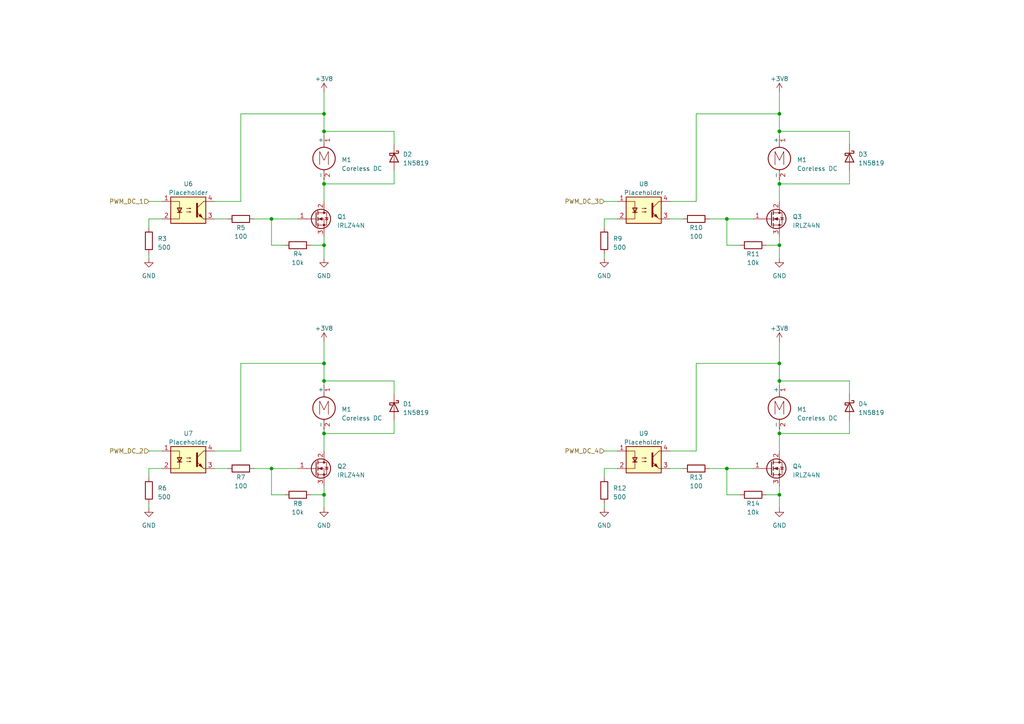
<source format=kicad_sch>
(kicad_sch (version 20230121) (generator eeschema)

  (uuid 15191249-daaa-48c9-b65f-5e57a0eec4af)

  (paper "A4")

  (title_block
    (title "Lightweight Drone - Motor Control")
    (date "2024-10-04")
    (rev "V1")
  )

  (lib_symbols
    (symbol "Device:R" (pin_numbers hide) (pin_names (offset 0)) (in_bom yes) (on_board yes)
      (property "Reference" "R" (at 2.032 0 90)
        (effects (font (size 1.27 1.27)))
      )
      (property "Value" "R" (at 0 0 90)
        (effects (font (size 1.27 1.27)))
      )
      (property "Footprint" "" (at -1.778 0 90)
        (effects (font (size 1.27 1.27)) hide)
      )
      (property "Datasheet" "~" (at 0 0 0)
        (effects (font (size 1.27 1.27)) hide)
      )
      (property "ki_keywords" "R res resistor" (at 0 0 0)
        (effects (font (size 1.27 1.27)) hide)
      )
      (property "ki_description" "Resistor" (at 0 0 0)
        (effects (font (size 1.27 1.27)) hide)
      )
      (property "ki_fp_filters" "R_*" (at 0 0 0)
        (effects (font (size 1.27 1.27)) hide)
      )
      (symbol "R_0_1"
        (rectangle (start -1.016 -2.54) (end 1.016 2.54)
          (stroke (width 0.254) (type default))
          (fill (type none))
        )
      )
      (symbol "R_1_1"
        (pin passive line (at 0 3.81 270) (length 1.27)
          (name "~" (effects (font (size 1.27 1.27))))
          (number "1" (effects (font (size 1.27 1.27))))
        )
        (pin passive line (at 0 -3.81 90) (length 1.27)
          (name "~" (effects (font (size 1.27 1.27))))
          (number "2" (effects (font (size 1.27 1.27))))
        )
      )
    )
    (symbol "Diode:1N5819" (pin_numbers hide) (pin_names (offset 1.016) hide) (in_bom yes) (on_board yes)
      (property "Reference" "D" (at 0 2.54 0)
        (effects (font (size 1.27 1.27)))
      )
      (property "Value" "1N5819" (at 0 -2.54 0)
        (effects (font (size 1.27 1.27)))
      )
      (property "Footprint" "Diode_THT:D_DO-41_SOD81_P10.16mm_Horizontal" (at 0 -4.445 0)
        (effects (font (size 1.27 1.27)) hide)
      )
      (property "Datasheet" "http://www.vishay.com/docs/88525/1n5817.pdf" (at 0 0 0)
        (effects (font (size 1.27 1.27)) hide)
      )
      (property "ki_keywords" "diode Schottky" (at 0 0 0)
        (effects (font (size 1.27 1.27)) hide)
      )
      (property "ki_description" "40V 1A Schottky Barrier Rectifier Diode, DO-41" (at 0 0 0)
        (effects (font (size 1.27 1.27)) hide)
      )
      (property "ki_fp_filters" "D*DO?41*" (at 0 0 0)
        (effects (font (size 1.27 1.27)) hide)
      )
      (symbol "1N5819_0_1"
        (polyline
          (pts
            (xy 1.27 0)
            (xy -1.27 0)
          )
          (stroke (width 0) (type default))
          (fill (type none))
        )
        (polyline
          (pts
            (xy 1.27 1.27)
            (xy 1.27 -1.27)
            (xy -1.27 0)
            (xy 1.27 1.27)
          )
          (stroke (width 0.254) (type default))
          (fill (type none))
        )
        (polyline
          (pts
            (xy -1.905 0.635)
            (xy -1.905 1.27)
            (xy -1.27 1.27)
            (xy -1.27 -1.27)
            (xy -0.635 -1.27)
            (xy -0.635 -0.635)
          )
          (stroke (width 0.254) (type default))
          (fill (type none))
        )
      )
      (symbol "1N5819_1_1"
        (pin passive line (at -3.81 0 0) (length 2.54)
          (name "K" (effects (font (size 1.27 1.27))))
          (number "1" (effects (font (size 1.27 1.27))))
        )
        (pin passive line (at 3.81 0 180) (length 2.54)
          (name "A" (effects (font (size 1.27 1.27))))
          (number "2" (effects (font (size 1.27 1.27))))
        )
      )
    )
    (symbol "Isolator:PC817" (pin_names (offset 1.016)) (in_bom yes) (on_board yes)
      (property "Reference" "U" (at -5.08 5.08 0)
        (effects (font (size 1.27 1.27)) (justify left))
      )
      (property "Value" "PC817" (at 0 5.08 0)
        (effects (font (size 1.27 1.27)) (justify left))
      )
      (property "Footprint" "Package_DIP:DIP-4_W7.62mm" (at -5.08 -5.08 0)
        (effects (font (size 1.27 1.27) italic) (justify left) hide)
      )
      (property "Datasheet" "http://www.soselectronic.cz/a_info/resource/d/pc817.pdf" (at 0 0 0)
        (effects (font (size 1.27 1.27)) (justify left) hide)
      )
      (property "ki_keywords" "NPN DC Optocoupler" (at 0 0 0)
        (effects (font (size 1.27 1.27)) hide)
      )
      (property "ki_description" "DC Optocoupler, Vce 35V, CTR 50-300%, DIP-4" (at 0 0 0)
        (effects (font (size 1.27 1.27)) hide)
      )
      (property "ki_fp_filters" "DIP*W7.62mm*" (at 0 0 0)
        (effects (font (size 1.27 1.27)) hide)
      )
      (symbol "PC817_0_1"
        (rectangle (start -5.08 3.81) (end 5.08 -3.81)
          (stroke (width 0.254) (type default))
          (fill (type background))
        )
        (polyline
          (pts
            (xy -3.175 -0.635)
            (xy -1.905 -0.635)
          )
          (stroke (width 0.254) (type default))
          (fill (type none))
        )
        (polyline
          (pts
            (xy 2.54 0.635)
            (xy 4.445 2.54)
          )
          (stroke (width 0) (type default))
          (fill (type none))
        )
        (polyline
          (pts
            (xy 4.445 -2.54)
            (xy 2.54 -0.635)
          )
          (stroke (width 0) (type default))
          (fill (type outline))
        )
        (polyline
          (pts
            (xy 4.445 -2.54)
            (xy 5.08 -2.54)
          )
          (stroke (width 0) (type default))
          (fill (type none))
        )
        (polyline
          (pts
            (xy 4.445 2.54)
            (xy 5.08 2.54)
          )
          (stroke (width 0) (type default))
          (fill (type none))
        )
        (polyline
          (pts
            (xy -5.08 2.54)
            (xy -2.54 2.54)
            (xy -2.54 -0.635)
          )
          (stroke (width 0) (type default))
          (fill (type none))
        )
        (polyline
          (pts
            (xy -2.54 -0.635)
            (xy -2.54 -2.54)
            (xy -5.08 -2.54)
          )
          (stroke (width 0) (type default))
          (fill (type none))
        )
        (polyline
          (pts
            (xy 2.54 1.905)
            (xy 2.54 -1.905)
            (xy 2.54 -1.905)
          )
          (stroke (width 0.508) (type default))
          (fill (type none))
        )
        (polyline
          (pts
            (xy -2.54 -0.635)
            (xy -3.175 0.635)
            (xy -1.905 0.635)
            (xy -2.54 -0.635)
          )
          (stroke (width 0.254) (type default))
          (fill (type none))
        )
        (polyline
          (pts
            (xy -0.508 -0.508)
            (xy 0.762 -0.508)
            (xy 0.381 -0.635)
            (xy 0.381 -0.381)
            (xy 0.762 -0.508)
          )
          (stroke (width 0) (type default))
          (fill (type none))
        )
        (polyline
          (pts
            (xy -0.508 0.508)
            (xy 0.762 0.508)
            (xy 0.381 0.381)
            (xy 0.381 0.635)
            (xy 0.762 0.508)
          )
          (stroke (width 0) (type default))
          (fill (type none))
        )
        (polyline
          (pts
            (xy 3.048 -1.651)
            (xy 3.556 -1.143)
            (xy 4.064 -2.159)
            (xy 3.048 -1.651)
            (xy 3.048 -1.651)
          )
          (stroke (width 0) (type default))
          (fill (type outline))
        )
      )
      (symbol "PC817_1_1"
        (pin passive line (at -7.62 2.54 0) (length 2.54)
          (name "~" (effects (font (size 1.27 1.27))))
          (number "1" (effects (font (size 1.27 1.27))))
        )
        (pin passive line (at -7.62 -2.54 0) (length 2.54)
          (name "~" (effects (font (size 1.27 1.27))))
          (number "2" (effects (font (size 1.27 1.27))))
        )
        (pin passive line (at 7.62 -2.54 180) (length 2.54)
          (name "~" (effects (font (size 1.27 1.27))))
          (number "3" (effects (font (size 1.27 1.27))))
        )
        (pin passive line (at 7.62 2.54 180) (length 2.54)
          (name "~" (effects (font (size 1.27 1.27))))
          (number "4" (effects (font (size 1.27 1.27))))
        )
      )
    )
    (symbol "Motor:Motor_DC" (pin_names (offset 0)) (in_bom yes) (on_board yes)
      (property "Reference" "M" (at 2.54 2.54 0)
        (effects (font (size 1.27 1.27)) (justify left))
      )
      (property "Value" "Motor_DC" (at 2.54 -5.08 0)
        (effects (font (size 1.27 1.27)) (justify left top))
      )
      (property "Footprint" "" (at 0 -2.286 0)
        (effects (font (size 1.27 1.27)) hide)
      )
      (property "Datasheet" "~" (at 0 -2.286 0)
        (effects (font (size 1.27 1.27)) hide)
      )
      (property "ki_keywords" "DC Motor" (at 0 0 0)
        (effects (font (size 1.27 1.27)) hide)
      )
      (property "ki_description" "DC Motor" (at 0 0 0)
        (effects (font (size 1.27 1.27)) hide)
      )
      (property "ki_fp_filters" "PinHeader*P2.54mm* TerminalBlock*" (at 0 0 0)
        (effects (font (size 1.27 1.27)) hide)
      )
      (symbol "Motor_DC_0_0"
        (polyline
          (pts
            (xy -1.27 -3.302)
            (xy -1.27 0.508)
            (xy 0 -2.032)
            (xy 1.27 0.508)
            (xy 1.27 -3.302)
          )
          (stroke (width 0) (type default))
          (fill (type none))
        )
      )
      (symbol "Motor_DC_0_1"
        (circle (center 0 -1.524) (radius 3.2512)
          (stroke (width 0.254) (type default))
          (fill (type none))
        )
        (polyline
          (pts
            (xy 0 -7.62)
            (xy 0 -7.112)
          )
          (stroke (width 0) (type default))
          (fill (type none))
        )
        (polyline
          (pts
            (xy 0 -4.7752)
            (xy 0 -5.1816)
          )
          (stroke (width 0) (type default))
          (fill (type none))
        )
        (polyline
          (pts
            (xy 0 1.7272)
            (xy 0 2.0828)
          )
          (stroke (width 0) (type default))
          (fill (type none))
        )
        (polyline
          (pts
            (xy 0 2.032)
            (xy 0 2.54)
          )
          (stroke (width 0) (type default))
          (fill (type none))
        )
      )
      (symbol "Motor_DC_1_1"
        (pin passive line (at 0 5.08 270) (length 2.54)
          (name "+" (effects (font (size 1.27 1.27))))
          (number "1" (effects (font (size 1.27 1.27))))
        )
        (pin passive line (at 0 -7.62 90) (length 2.54)
          (name "-" (effects (font (size 1.27 1.27))))
          (number "2" (effects (font (size 1.27 1.27))))
        )
      )
    )
    (symbol "Transistor_FET:IRLZ44N" (pin_names hide) (in_bom yes) (on_board yes)
      (property "Reference" "Q" (at 6.35 1.905 0)
        (effects (font (size 1.27 1.27)) (justify left))
      )
      (property "Value" "IRLZ44N" (at 6.35 0 0)
        (effects (font (size 1.27 1.27)) (justify left))
      )
      (property "Footprint" "Package_TO_SOT_THT:TO-220-3_Vertical" (at 6.35 -1.905 0)
        (effects (font (size 1.27 1.27) italic) (justify left) hide)
      )
      (property "Datasheet" "http://www.irf.com/product-info/datasheets/data/irlz44n.pdf" (at 0 0 0)
        (effects (font (size 1.27 1.27)) (justify left) hide)
      )
      (property "ki_keywords" "N-Channel HEXFET MOSFET Logic-Level" (at 0 0 0)
        (effects (font (size 1.27 1.27)) hide)
      )
      (property "ki_description" "47A Id, 55V Vds, 22mOhm Rds Single N-Channel HEXFET Power MOSFET, TO-220AB" (at 0 0 0)
        (effects (font (size 1.27 1.27)) hide)
      )
      (property "ki_fp_filters" "TO?220*" (at 0 0 0)
        (effects (font (size 1.27 1.27)) hide)
      )
      (symbol "IRLZ44N_0_1"
        (polyline
          (pts
            (xy 0.254 0)
            (xy -2.54 0)
          )
          (stroke (width 0) (type default))
          (fill (type none))
        )
        (polyline
          (pts
            (xy 0.254 1.905)
            (xy 0.254 -1.905)
          )
          (stroke (width 0.254) (type default))
          (fill (type none))
        )
        (polyline
          (pts
            (xy 0.762 -1.27)
            (xy 0.762 -2.286)
          )
          (stroke (width 0.254) (type default))
          (fill (type none))
        )
        (polyline
          (pts
            (xy 0.762 0.508)
            (xy 0.762 -0.508)
          )
          (stroke (width 0.254) (type default))
          (fill (type none))
        )
        (polyline
          (pts
            (xy 0.762 2.286)
            (xy 0.762 1.27)
          )
          (stroke (width 0.254) (type default))
          (fill (type none))
        )
        (polyline
          (pts
            (xy 2.54 2.54)
            (xy 2.54 1.778)
          )
          (stroke (width 0) (type default))
          (fill (type none))
        )
        (polyline
          (pts
            (xy 2.54 -2.54)
            (xy 2.54 0)
            (xy 0.762 0)
          )
          (stroke (width 0) (type default))
          (fill (type none))
        )
        (polyline
          (pts
            (xy 0.762 -1.778)
            (xy 3.302 -1.778)
            (xy 3.302 1.778)
            (xy 0.762 1.778)
          )
          (stroke (width 0) (type default))
          (fill (type none))
        )
        (polyline
          (pts
            (xy 1.016 0)
            (xy 2.032 0.381)
            (xy 2.032 -0.381)
            (xy 1.016 0)
          )
          (stroke (width 0) (type default))
          (fill (type outline))
        )
        (polyline
          (pts
            (xy 2.794 0.508)
            (xy 2.921 0.381)
            (xy 3.683 0.381)
            (xy 3.81 0.254)
          )
          (stroke (width 0) (type default))
          (fill (type none))
        )
        (polyline
          (pts
            (xy 3.302 0.381)
            (xy 2.921 -0.254)
            (xy 3.683 -0.254)
            (xy 3.302 0.381)
          )
          (stroke (width 0) (type default))
          (fill (type none))
        )
        (circle (center 1.651 0) (radius 2.794)
          (stroke (width 0.254) (type default))
          (fill (type none))
        )
        (circle (center 2.54 -1.778) (radius 0.254)
          (stroke (width 0) (type default))
          (fill (type outline))
        )
        (circle (center 2.54 1.778) (radius 0.254)
          (stroke (width 0) (type default))
          (fill (type outline))
        )
      )
      (symbol "IRLZ44N_1_1"
        (pin input line (at -5.08 0 0) (length 2.54)
          (name "G" (effects (font (size 1.27 1.27))))
          (number "1" (effects (font (size 1.27 1.27))))
        )
        (pin passive line (at 2.54 5.08 270) (length 2.54)
          (name "D" (effects (font (size 1.27 1.27))))
          (number "2" (effects (font (size 1.27 1.27))))
        )
        (pin passive line (at 2.54 -5.08 90) (length 2.54)
          (name "S" (effects (font (size 1.27 1.27))))
          (number "3" (effects (font (size 1.27 1.27))))
        )
      )
    )
    (symbol "power:+3V8" (power) (pin_names (offset 0)) (in_bom yes) (on_board yes)
      (property "Reference" "#PWR" (at 0 -3.81 0)
        (effects (font (size 1.27 1.27)) hide)
      )
      (property "Value" "+3V8" (at 0 3.556 0)
        (effects (font (size 1.27 1.27)))
      )
      (property "Footprint" "" (at 0 0 0)
        (effects (font (size 1.27 1.27)) hide)
      )
      (property "Datasheet" "" (at 0 0 0)
        (effects (font (size 1.27 1.27)) hide)
      )
      (property "ki_keywords" "global power" (at 0 0 0)
        (effects (font (size 1.27 1.27)) hide)
      )
      (property "ki_description" "Power symbol creates a global label with name \"+3V8\"" (at 0 0 0)
        (effects (font (size 1.27 1.27)) hide)
      )
      (symbol "+3V8_0_1"
        (polyline
          (pts
            (xy -0.762 1.27)
            (xy 0 2.54)
          )
          (stroke (width 0) (type default))
          (fill (type none))
        )
        (polyline
          (pts
            (xy 0 0)
            (xy 0 2.54)
          )
          (stroke (width 0) (type default))
          (fill (type none))
        )
        (polyline
          (pts
            (xy 0 2.54)
            (xy 0.762 1.27)
          )
          (stroke (width 0) (type default))
          (fill (type none))
        )
      )
      (symbol "+3V8_1_1"
        (pin power_in line (at 0 0 90) (length 0) hide
          (name "+3V8" (effects (font (size 1.27 1.27))))
          (number "1" (effects (font (size 1.27 1.27))))
        )
      )
    )
    (symbol "power:GND" (power) (pin_names (offset 0)) (in_bom yes) (on_board yes)
      (property "Reference" "#PWR" (at 0 -6.35 0)
        (effects (font (size 1.27 1.27)) hide)
      )
      (property "Value" "GND" (at 0 -3.81 0)
        (effects (font (size 1.27 1.27)))
      )
      (property "Footprint" "" (at 0 0 0)
        (effects (font (size 1.27 1.27)) hide)
      )
      (property "Datasheet" "" (at 0 0 0)
        (effects (font (size 1.27 1.27)) hide)
      )
      (property "ki_keywords" "global power" (at 0 0 0)
        (effects (font (size 1.27 1.27)) hide)
      )
      (property "ki_description" "Power symbol creates a global label with name \"GND\" , ground" (at 0 0 0)
        (effects (font (size 1.27 1.27)) hide)
      )
      (symbol "GND_0_1"
        (polyline
          (pts
            (xy 0 0)
            (xy 0 -1.27)
            (xy 1.27 -1.27)
            (xy 0 -2.54)
            (xy -1.27 -1.27)
            (xy 0 -1.27)
          )
          (stroke (width 0) (type default))
          (fill (type none))
        )
      )
      (symbol "GND_1_1"
        (pin power_in line (at 0 0 270) (length 0) hide
          (name "GND" (effects (font (size 1.27 1.27))))
          (number "1" (effects (font (size 1.27 1.27))))
        )
      )
    )
  )

  (junction (at 93.98 105.41) (diameter 0) (color 0 0 0 0)
    (uuid 00d26fa1-a34f-4e52-868c-196d2eb486b7)
  )
  (junction (at 226.06 33.02) (diameter 0) (color 0 0 0 0)
    (uuid 0cdc0ca2-6d15-41ba-bbe5-2105cb6fcca7)
  )
  (junction (at 93.98 143.51) (diameter 0) (color 0 0 0 0)
    (uuid 0d7d6985-0c31-40e4-ae3f-9f1bb5920e09)
  )
  (junction (at 226.06 38.1) (diameter 0) (color 0 0 0 0)
    (uuid 288a97ae-fc10-4890-b334-0a5f27fbf851)
  )
  (junction (at 78.74 135.89) (diameter 0) (color 0 0 0 0)
    (uuid 30f0ab24-d58d-44bf-aee8-c889cfb8bc91)
  )
  (junction (at 93.98 71.12) (diameter 0) (color 0 0 0 0)
    (uuid 3de718f0-ba5e-4aae-9061-d86091e769ac)
  )
  (junction (at 93.98 53.34) (diameter 0) (color 0 0 0 0)
    (uuid 41b044cf-af6f-4e9b-ac78-9ea41e5e77cd)
  )
  (junction (at 226.06 53.34) (diameter 0) (color 0 0 0 0)
    (uuid 599537f7-0689-49fc-ac23-d1c156234e47)
  )
  (junction (at 93.98 38.1) (diameter 0) (color 0 0 0 0)
    (uuid 5f16ed1f-812f-4759-aad6-a86922a2d075)
  )
  (junction (at 226.06 110.49) (diameter 0) (color 0 0 0 0)
    (uuid 70ba5c7f-1145-40a5-8111-4948fd520b5b)
  )
  (junction (at 93.98 110.49) (diameter 0) (color 0 0 0 0)
    (uuid 7eb0f9a7-7ed8-41ca-9b40-be081b3902f8)
  )
  (junction (at 226.06 105.41) (diameter 0) (color 0 0 0 0)
    (uuid 815fcccc-e944-47a5-9ad7-ab377a350e6b)
  )
  (junction (at 226.06 125.73) (diameter 0) (color 0 0 0 0)
    (uuid 957a728c-332a-4970-9fb6-07eb21e9e577)
  )
  (junction (at 226.06 143.51) (diameter 0) (color 0 0 0 0)
    (uuid 98a21e84-bf5d-4a99-a5cc-aa519ac74f58)
  )
  (junction (at 210.82 135.89) (diameter 0) (color 0 0 0 0)
    (uuid cacb77f4-f075-4450-8b13-f98c4eb43347)
  )
  (junction (at 78.74 63.5) (diameter 0) (color 0 0 0 0)
    (uuid d0bcd388-c93f-4c74-8c20-6f260887c76a)
  )
  (junction (at 93.98 33.02) (diameter 0) (color 0 0 0 0)
    (uuid d356c464-4fb0-4001-a535-4f6218dfcc2d)
  )
  (junction (at 93.98 125.73) (diameter 0) (color 0 0 0 0)
    (uuid f0b69222-ca38-4405-a61b-fb77070aea85)
  )
  (junction (at 226.06 71.12) (diameter 0) (color 0 0 0 0)
    (uuid f523df8c-d2c8-4483-94a3-25aef51c088e)
  )
  (junction (at 210.82 63.5) (diameter 0) (color 0 0 0 0)
    (uuid faf5f199-4742-449e-93cc-cd05db60ce4d)
  )

  (wire (pts (xy 78.74 135.89) (xy 86.36 135.89))
    (stroke (width 0) (type default))
    (uuid 0525c81a-c2e8-4159-852a-5d02a7d20faa)
  )
  (wire (pts (xy 93.98 140.97) (xy 93.98 143.51))
    (stroke (width 0) (type default))
    (uuid 0ded53da-a31b-42e4-af24-78fea735e278)
  )
  (wire (pts (xy 62.23 130.81) (xy 69.85 130.81))
    (stroke (width 0) (type default))
    (uuid 17890229-827f-4698-9699-46d84c4a4830)
  )
  (wire (pts (xy 175.26 63.5) (xy 175.26 66.04))
    (stroke (width 0) (type default))
    (uuid 1a161ec2-91ad-4ff9-ac26-de33cec94d7e)
  )
  (wire (pts (xy 114.3 38.1) (xy 93.98 38.1))
    (stroke (width 0) (type default))
    (uuid 1a409ead-588c-4428-8888-f5dc5cd0b78f)
  )
  (wire (pts (xy 114.3 53.34) (xy 93.98 53.34))
    (stroke (width 0) (type default))
    (uuid 1d750c01-c99a-4a3a-a696-6e529eee9702)
  )
  (wire (pts (xy 226.06 105.41) (xy 226.06 110.49))
    (stroke (width 0) (type default))
    (uuid 1e6d05d1-cc3e-4cc2-9ef2-3b4323e42265)
  )
  (wire (pts (xy 226.06 33.02) (xy 226.06 38.1))
    (stroke (width 0) (type default))
    (uuid 1eadc3d7-2723-4a6e-b3e2-34f57195bc48)
  )
  (wire (pts (xy 179.07 135.89) (xy 175.26 135.89))
    (stroke (width 0) (type default))
    (uuid 25522e76-4355-4be9-964a-1ee40fc99753)
  )
  (wire (pts (xy 114.3 110.49) (xy 93.98 110.49))
    (stroke (width 0) (type default))
    (uuid 333ccc87-6888-40fa-948f-8f653d0caa89)
  )
  (wire (pts (xy 226.06 110.49) (xy 226.06 111.76))
    (stroke (width 0) (type default))
    (uuid 37044530-9598-49dc-9f83-57633a43f9df)
  )
  (wire (pts (xy 93.98 71.12) (xy 93.98 74.93))
    (stroke (width 0) (type default))
    (uuid 3aae8818-5d57-4997-8c4a-99ba5c169fb5)
  )
  (wire (pts (xy 175.26 146.05) (xy 175.26 147.32))
    (stroke (width 0) (type default))
    (uuid 3c8ecc9c-b12e-4826-b79f-5a33b0bf3db9)
  )
  (wire (pts (xy 78.74 63.5) (xy 78.74 71.12))
    (stroke (width 0) (type default))
    (uuid 3d93cd0c-dd5b-46ef-9dad-7dc3623c5173)
  )
  (wire (pts (xy 78.74 71.12) (xy 82.55 71.12))
    (stroke (width 0) (type default))
    (uuid 3da7ed33-ce2e-4055-a210-9af2e49f5d60)
  )
  (wire (pts (xy 46.99 135.89) (xy 43.18 135.89))
    (stroke (width 0) (type default))
    (uuid 40d163eb-4074-4c12-8870-8fa4aac22ffc)
  )
  (wire (pts (xy 226.06 140.97) (xy 226.06 143.51))
    (stroke (width 0) (type default))
    (uuid 435c48ec-527d-4eab-867f-3ef7894cf439)
  )
  (wire (pts (xy 69.85 130.81) (xy 69.85 105.41))
    (stroke (width 0) (type default))
    (uuid 46d90cac-1946-47d8-9a1b-d55c0b3facdb)
  )
  (wire (pts (xy 43.18 63.5) (xy 43.18 66.04))
    (stroke (width 0) (type default))
    (uuid 4a60e4a1-4767-4088-89e0-67c1b57e8886)
  )
  (wire (pts (xy 226.06 99.06) (xy 226.06 105.41))
    (stroke (width 0) (type default))
    (uuid 4c0a6c15-38b2-4131-9d66-75d9dd6043ad)
  )
  (wire (pts (xy 93.98 125.73) (xy 93.98 124.46))
    (stroke (width 0) (type default))
    (uuid 4fbcfbbe-ad4f-4cc5-9949-7a74ae9fb287)
  )
  (wire (pts (xy 210.82 135.89) (xy 218.44 135.89))
    (stroke (width 0) (type default))
    (uuid 5144fa8b-5fec-4382-9140-7d71e00ef348)
  )
  (wire (pts (xy 114.3 41.91) (xy 114.3 38.1))
    (stroke (width 0) (type default))
    (uuid 5333f2b2-9863-4d20-8d2b-c413e6223507)
  )
  (wire (pts (xy 114.3 114.3) (xy 114.3 110.49))
    (stroke (width 0) (type default))
    (uuid 58d5cfb2-072d-419e-93b3-5bd264e4cd95)
  )
  (wire (pts (xy 78.74 135.89) (xy 78.74 143.51))
    (stroke (width 0) (type default))
    (uuid 5cb2ab1a-ce6a-4e02-b9b3-e0974bd95e4e)
  )
  (wire (pts (xy 210.82 143.51) (xy 214.63 143.51))
    (stroke (width 0) (type default))
    (uuid 5cd8e28c-b674-459e-b182-de68024b69f4)
  )
  (wire (pts (xy 93.98 99.06) (xy 93.98 105.41))
    (stroke (width 0) (type default))
    (uuid 5ea41798-5111-48b4-990f-4c2826f6844b)
  )
  (wire (pts (xy 73.66 63.5) (xy 78.74 63.5))
    (stroke (width 0) (type default))
    (uuid 65a2233f-d397-40c3-ad43-5399d00d684b)
  )
  (wire (pts (xy 175.26 58.42) (xy 179.07 58.42))
    (stroke (width 0) (type default))
    (uuid 675cb613-748f-44a6-89f1-753c80665369)
  )
  (wire (pts (xy 201.93 105.41) (xy 226.06 105.41))
    (stroke (width 0) (type default))
    (uuid 694a0b4b-0d4f-4667-b691-dee0bf6ff156)
  )
  (wire (pts (xy 78.74 63.5) (xy 86.36 63.5))
    (stroke (width 0) (type default))
    (uuid 710574f5-2ff8-4646-844e-0f56a4519bee)
  )
  (wire (pts (xy 226.06 53.34) (xy 226.06 52.07))
    (stroke (width 0) (type default))
    (uuid 7310b27c-5eda-448b-8a81-9177bd0329ad)
  )
  (wire (pts (xy 226.06 53.34) (xy 226.06 58.42))
    (stroke (width 0) (type default))
    (uuid 7484ce0d-095d-48af-b393-04a696175b01)
  )
  (wire (pts (xy 246.38 110.49) (xy 226.06 110.49))
    (stroke (width 0) (type default))
    (uuid 7573a6df-8c98-4a70-b8b2-ff71efb4304a)
  )
  (wire (pts (xy 246.38 41.91) (xy 246.38 38.1))
    (stroke (width 0) (type default))
    (uuid 75c45943-ac2f-462f-bc6e-abd25574680c)
  )
  (wire (pts (xy 93.98 38.1) (xy 93.98 39.37))
    (stroke (width 0) (type default))
    (uuid 76770e50-a55f-4afd-960d-f53101a7789a)
  )
  (wire (pts (xy 114.3 125.73) (xy 93.98 125.73))
    (stroke (width 0) (type default))
    (uuid 7bc63985-dbec-4134-9605-315dce4fc323)
  )
  (wire (pts (xy 175.26 73.66) (xy 175.26 74.93))
    (stroke (width 0) (type default))
    (uuid 7d5fe76e-d46b-4eb1-be04-f0eacd2852e1)
  )
  (wire (pts (xy 62.23 135.89) (xy 66.04 135.89))
    (stroke (width 0) (type default))
    (uuid 7e90ba0f-fef1-42dc-a974-be2f891b6977)
  )
  (wire (pts (xy 210.82 63.5) (xy 218.44 63.5))
    (stroke (width 0) (type default))
    (uuid 8339ac12-88b1-47cb-a0d0-11a569f39890)
  )
  (wire (pts (xy 90.17 71.12) (xy 93.98 71.12))
    (stroke (width 0) (type default))
    (uuid 83f75733-2fe1-4533-927b-b1eefc3b578b)
  )
  (wire (pts (xy 246.38 125.73) (xy 226.06 125.73))
    (stroke (width 0) (type default))
    (uuid 8528f606-1c97-42db-9570-0b179b15ae6a)
  )
  (wire (pts (xy 194.31 130.81) (xy 201.93 130.81))
    (stroke (width 0) (type default))
    (uuid 86584764-c513-46c5-880f-0ae8ef3f83bd)
  )
  (wire (pts (xy 194.31 135.89) (xy 198.12 135.89))
    (stroke (width 0) (type default))
    (uuid 874a98fc-8758-4ffb-afc1-7e9b862e871c)
  )
  (wire (pts (xy 226.06 143.51) (xy 226.06 147.32))
    (stroke (width 0) (type default))
    (uuid 87e2507c-6159-46df-aff2-82cd8b9ab73d)
  )
  (wire (pts (xy 226.06 125.73) (xy 226.06 124.46))
    (stroke (width 0) (type default))
    (uuid 8e71a535-0ee3-4771-865f-4d025113deab)
  )
  (wire (pts (xy 93.98 105.41) (xy 93.98 110.49))
    (stroke (width 0) (type default))
    (uuid 93f59c2b-d218-461e-8ab3-27b0f2bbd3d6)
  )
  (wire (pts (xy 210.82 135.89) (xy 210.82 143.51))
    (stroke (width 0) (type default))
    (uuid 9427829a-f54c-4bd5-97f8-25725785338f)
  )
  (wire (pts (xy 114.3 121.92) (xy 114.3 125.73))
    (stroke (width 0) (type default))
    (uuid 94c4e686-ba5d-4e99-8680-d4822f153c32)
  )
  (wire (pts (xy 222.25 71.12) (xy 226.06 71.12))
    (stroke (width 0) (type default))
    (uuid 9fa3f850-bce1-4425-b3d2-7e8487f400ef)
  )
  (wire (pts (xy 246.38 53.34) (xy 226.06 53.34))
    (stroke (width 0) (type default))
    (uuid a18a7b70-16bf-4949-9498-9f94d780e6a2)
  )
  (wire (pts (xy 246.38 114.3) (xy 246.38 110.49))
    (stroke (width 0) (type default))
    (uuid a28eab92-41f7-46db-9f33-7254aecf01ca)
  )
  (wire (pts (xy 179.07 63.5) (xy 175.26 63.5))
    (stroke (width 0) (type default))
    (uuid a388291e-91b5-4148-afe5-13e10ba1bdbd)
  )
  (wire (pts (xy 194.31 58.42) (xy 201.93 58.42))
    (stroke (width 0) (type default))
    (uuid a5630fa9-70c6-453b-86e7-7f536b02195e)
  )
  (wire (pts (xy 90.17 143.51) (xy 93.98 143.51))
    (stroke (width 0) (type default))
    (uuid a689eb6d-9e06-4f43-ae81-96c3ffd11e7e)
  )
  (wire (pts (xy 43.18 135.89) (xy 43.18 138.43))
    (stroke (width 0) (type default))
    (uuid a7405705-41fa-462c-b4e8-b2ab683e5893)
  )
  (wire (pts (xy 43.18 58.42) (xy 46.99 58.42))
    (stroke (width 0) (type default))
    (uuid a89f9665-221e-4bc6-bce9-cbfa2ac95474)
  )
  (wire (pts (xy 201.93 130.81) (xy 201.93 105.41))
    (stroke (width 0) (type default))
    (uuid aa4203e2-227e-4c4d-85a9-00a3eabbe0d9)
  )
  (wire (pts (xy 222.25 143.51) (xy 226.06 143.51))
    (stroke (width 0) (type default))
    (uuid af6f8203-f20c-42e6-ad9b-7c721ef49c27)
  )
  (wire (pts (xy 43.18 130.81) (xy 46.99 130.81))
    (stroke (width 0) (type default))
    (uuid b151297a-3f38-45df-b093-d1bb64807d21)
  )
  (wire (pts (xy 226.06 68.58) (xy 226.06 71.12))
    (stroke (width 0) (type default))
    (uuid b4dc420d-b88e-4f99-a3e1-06d04b5c6bea)
  )
  (wire (pts (xy 93.98 110.49) (xy 93.98 111.76))
    (stroke (width 0) (type default))
    (uuid b699a8fa-1e9c-4b90-9a40-c0f08dd2b4c6)
  )
  (wire (pts (xy 78.74 143.51) (xy 82.55 143.51))
    (stroke (width 0) (type default))
    (uuid b80d19e7-1e81-4890-9f38-50b60301553c)
  )
  (wire (pts (xy 73.66 135.89) (xy 78.74 135.89))
    (stroke (width 0) (type default))
    (uuid b8ddb82e-ea11-47e8-8a02-932aa6de9096)
  )
  (wire (pts (xy 210.82 71.12) (xy 214.63 71.12))
    (stroke (width 0) (type default))
    (uuid b9bd3aa6-8139-41e7-a438-8c6f56bb48b2)
  )
  (wire (pts (xy 46.99 63.5) (xy 43.18 63.5))
    (stroke (width 0) (type default))
    (uuid be893a41-ddbc-4234-8541-7acee82f613d)
  )
  (wire (pts (xy 93.98 26.67) (xy 93.98 33.02))
    (stroke (width 0) (type default))
    (uuid bea0215e-704a-439b-b56b-11d65252c847)
  )
  (wire (pts (xy 226.06 38.1) (xy 226.06 39.37))
    (stroke (width 0) (type default))
    (uuid c61bbe3d-010c-4b8c-8324-f5481b39fcc5)
  )
  (wire (pts (xy 194.31 63.5) (xy 198.12 63.5))
    (stroke (width 0) (type default))
    (uuid c6291aad-ee03-4aac-8176-156abcb3484e)
  )
  (wire (pts (xy 69.85 58.42) (xy 69.85 33.02))
    (stroke (width 0) (type default))
    (uuid cbb204c7-077f-4787-ae1e-67667f8285cc)
  )
  (wire (pts (xy 175.26 135.89) (xy 175.26 138.43))
    (stroke (width 0) (type default))
    (uuid cc49db2e-e3e0-4239-a33c-5604bb250e98)
  )
  (wire (pts (xy 201.93 33.02) (xy 226.06 33.02))
    (stroke (width 0) (type default))
    (uuid d40eefab-4211-4436-9d2d-12c366f6aba6)
  )
  (wire (pts (xy 43.18 146.05) (xy 43.18 147.32))
    (stroke (width 0) (type default))
    (uuid d4285181-ac9f-4800-acff-40b294f3c159)
  )
  (wire (pts (xy 93.98 53.34) (xy 93.98 58.42))
    (stroke (width 0) (type default))
    (uuid d6f95107-161f-43bd-bed4-b61c66c303f2)
  )
  (wire (pts (xy 246.38 38.1) (xy 226.06 38.1))
    (stroke (width 0) (type default))
    (uuid dcb6c57c-17da-466a-9f78-ee57c2be8f59)
  )
  (wire (pts (xy 93.98 125.73) (xy 93.98 130.81))
    (stroke (width 0) (type default))
    (uuid dd5ea669-4ff8-4bbd-9a4c-98166c6f0812)
  )
  (wire (pts (xy 175.26 130.81) (xy 179.07 130.81))
    (stroke (width 0) (type default))
    (uuid dddc025c-4db3-4310-b089-6c3d988d04b2)
  )
  (wire (pts (xy 69.85 105.41) (xy 93.98 105.41))
    (stroke (width 0) (type default))
    (uuid de08ca56-f60f-40cf-bc3e-a6535742b621)
  )
  (wire (pts (xy 43.18 73.66) (xy 43.18 74.93))
    (stroke (width 0) (type default))
    (uuid de527386-2387-447b-8de0-e3ed8d00c256)
  )
  (wire (pts (xy 114.3 49.53) (xy 114.3 53.34))
    (stroke (width 0) (type default))
    (uuid e200cfae-48fe-44a6-92eb-4ad96cf033e9)
  )
  (wire (pts (xy 226.06 125.73) (xy 226.06 130.81))
    (stroke (width 0) (type default))
    (uuid e381e870-cbf1-4850-abfa-c8c5dee0fe36)
  )
  (wire (pts (xy 93.98 68.58) (xy 93.98 71.12))
    (stroke (width 0) (type default))
    (uuid e4c72e74-cafa-4674-ba0e-3385a2449c3e)
  )
  (wire (pts (xy 205.74 63.5) (xy 210.82 63.5))
    (stroke (width 0) (type default))
    (uuid e6496732-f604-4f2d-becb-8b4552cf971f)
  )
  (wire (pts (xy 93.98 53.34) (xy 93.98 52.07))
    (stroke (width 0) (type default))
    (uuid e86e4ae0-670c-4383-bc05-9df70077aafa)
  )
  (wire (pts (xy 62.23 63.5) (xy 66.04 63.5))
    (stroke (width 0) (type default))
    (uuid eb91f5df-2298-40fc-a9cf-f2b180f032ba)
  )
  (wire (pts (xy 62.23 58.42) (xy 69.85 58.42))
    (stroke (width 0) (type default))
    (uuid ec72760b-a2fe-4daa-b5e9-7e1af814d9f8)
  )
  (wire (pts (xy 246.38 49.53) (xy 246.38 53.34))
    (stroke (width 0) (type default))
    (uuid edbb17c7-cf5e-4c26-83c7-6b16b167b14a)
  )
  (wire (pts (xy 246.38 121.92) (xy 246.38 125.73))
    (stroke (width 0) (type default))
    (uuid edc84ae8-0e78-414c-87e6-fa22cb886a2b)
  )
  (wire (pts (xy 93.98 33.02) (xy 93.98 38.1))
    (stroke (width 0) (type default))
    (uuid eeff3271-65e8-4bc6-9390-5a40b9acd1e7)
  )
  (wire (pts (xy 226.06 26.67) (xy 226.06 33.02))
    (stroke (width 0) (type default))
    (uuid f05e1326-6e2d-4d3a-80e5-e850a85efadb)
  )
  (wire (pts (xy 205.74 135.89) (xy 210.82 135.89))
    (stroke (width 0) (type default))
    (uuid f53d6b92-f03d-48da-a7cd-81795565bfa1)
  )
  (wire (pts (xy 201.93 58.42) (xy 201.93 33.02))
    (stroke (width 0) (type default))
    (uuid f70b0744-1d77-4fcd-a985-c5a8b0f63bd8)
  )
  (wire (pts (xy 93.98 143.51) (xy 93.98 147.32))
    (stroke (width 0) (type default))
    (uuid f816a0f3-0746-4bd9-8f88-41fa47876180)
  )
  (wire (pts (xy 69.85 33.02) (xy 93.98 33.02))
    (stroke (width 0) (type default))
    (uuid f9bf917c-b729-42b6-a110-237be74c460b)
  )
  (wire (pts (xy 210.82 63.5) (xy 210.82 71.12))
    (stroke (width 0) (type default))
    (uuid fb4994c0-581b-4b82-8b4c-6cdef4695f85)
  )
  (wire (pts (xy 226.06 71.12) (xy 226.06 74.93))
    (stroke (width 0) (type default))
    (uuid fe764e94-bf29-4211-be41-364caca619fd)
  )

  (hierarchical_label "PWM_DC_2" (shape input) (at 43.18 130.81 180) (fields_autoplaced)
    (effects (font (size 1.27 1.27)) (justify right))
    (uuid 510d4b21-6c6c-44c6-ae0c-4c6a99c5c39c)
  )
  (hierarchical_label "PWM_DC_3" (shape input) (at 175.26 58.42 180) (fields_autoplaced)
    (effects (font (size 1.27 1.27)) (justify right))
    (uuid 76ae904d-1d03-42c8-aca6-f2700cec147d)
  )
  (hierarchical_label "PWM_DC_1" (shape input) (at 43.18 58.42 180) (fields_autoplaced)
    (effects (font (size 1.27 1.27)) (justify right))
    (uuid ae231140-1b7b-49af-bc6a-0784a74987a1)
  )
  (hierarchical_label "PWM_DC_4" (shape input) (at 175.26 130.81 180) (fields_autoplaced)
    (effects (font (size 1.27 1.27)) (justify right))
    (uuid cc1519ed-d2cd-4634-b498-332bfdcb1ca2)
  )

  (symbol (lib_id "Device:R") (at 43.18 69.85 0) (unit 1)
    (in_bom yes) (on_board yes) (dnp no) (fields_autoplaced)
    (uuid 06f21b12-3776-4cd3-8cc4-451b2bedb20c)
    (property "Reference" "R3" (at 45.72 69.215 0)
      (effects (font (size 1.27 1.27)) (justify left))
    )
    (property "Value" "500" (at 45.72 71.755 0)
      (effects (font (size 1.27 1.27)) (justify left))
    )
    (property "Footprint" "" (at 41.402 69.85 90)
      (effects (font (size 1.27 1.27)) hide)
    )
    (property "Datasheet" "~" (at 43.18 69.85 0)
      (effects (font (size 1.27 1.27)) hide)
    )
    (pin "1" (uuid 5525d3bf-fedf-4d59-98b3-60d39e2d1794))
    (pin "2" (uuid 197874ce-fdee-43f8-8f8e-8a832f46f830))
    (instances
      (project "Drone"
        (path "/d6a44ee0-63ef-480b-80a0-8972486ddf94/41231c9e-3fa9-4a60-978a-96fbb2885905"
          (reference "R3") (unit 1)
        )
      )
    )
  )

  (symbol (lib_id "power:GND") (at 43.18 147.32 0) (unit 1)
    (in_bom yes) (on_board yes) (dnp no) (fields_autoplaced)
    (uuid 077dbc78-376a-4961-b705-7ed980b6d70f)
    (property "Reference" "#PWR033" (at 43.18 153.67 0)
      (effects (font (size 1.27 1.27)) hide)
    )
    (property "Value" "GND" (at 43.18 152.4 0)
      (effects (font (size 1.27 1.27)))
    )
    (property "Footprint" "" (at 43.18 147.32 0)
      (effects (font (size 1.27 1.27)) hide)
    )
    (property "Datasheet" "" (at 43.18 147.32 0)
      (effects (font (size 1.27 1.27)) hide)
    )
    (pin "1" (uuid d7bc6fac-1cb5-41ca-8b73-ef0e5bf919aa))
    (instances
      (project "Drone"
        (path "/d6a44ee0-63ef-480b-80a0-8972486ddf94/41231c9e-3fa9-4a60-978a-96fbb2885905"
          (reference "#PWR033") (unit 1)
        )
      )
    )
  )

  (symbol (lib_id "Device:R") (at 86.36 143.51 90) (unit 1)
    (in_bom yes) (on_board yes) (dnp no)
    (uuid 0c0fdb89-5c5e-4d51-9021-a4d197a3dec8)
    (property "Reference" "R8" (at 86.36 146.05 90)
      (effects (font (size 1.27 1.27)))
    )
    (property "Value" "10k" (at 86.36 148.59 90)
      (effects (font (size 1.27 1.27)))
    )
    (property "Footprint" "" (at 86.36 145.288 90)
      (effects (font (size 1.27 1.27)) hide)
    )
    (property "Datasheet" "~" (at 86.36 143.51 0)
      (effects (font (size 1.27 1.27)) hide)
    )
    (pin "1" (uuid 419f6da1-db89-4250-8f44-4eed29259a70))
    (pin "2" (uuid a1ff2518-793d-4f1e-b459-1ad73a48c1a3))
    (instances
      (project "Drone"
        (path "/d6a44ee0-63ef-480b-80a0-8972486ddf94/41231c9e-3fa9-4a60-978a-96fbb2885905"
          (reference "R8") (unit 1)
        )
      )
    )
  )

  (symbol (lib_id "power:+3V8") (at 93.98 99.06 0) (unit 1)
    (in_bom yes) (on_board yes) (dnp no) (fields_autoplaced)
    (uuid 1375492e-a187-47e2-a5f4-0317d278d79f)
    (property "Reference" "#PWR023" (at 93.98 102.87 0)
      (effects (font (size 1.27 1.27)) hide)
    )
    (property "Value" "+3V8" (at 93.98 95.25 0)
      (effects (font (size 1.27 1.27)))
    )
    (property "Footprint" "" (at 93.98 99.06 0)
      (effects (font (size 1.27 1.27)) hide)
    )
    (property "Datasheet" "" (at 93.98 99.06 0)
      (effects (font (size 1.27 1.27)) hide)
    )
    (pin "1" (uuid 65637623-2130-4e30-b3f0-1e2b282d88d0))
    (instances
      (project "Drone"
        (path "/d6a44ee0-63ef-480b-80a0-8972486ddf94/314fec36-ab69-487a-9749-14a22a489b4e"
          (reference "#PWR023") (unit 1)
        )
        (path "/d6a44ee0-63ef-480b-80a0-8972486ddf94/41231c9e-3fa9-4a60-978a-96fbb2885905"
          (reference "#PWR034") (unit 1)
        )
      )
    )
  )

  (symbol (lib_id "Isolator:PC817") (at 186.69 60.96 0) (unit 1)
    (in_bom yes) (on_board yes) (dnp no) (fields_autoplaced)
    (uuid 1b1e84b5-99cc-40a1-b304-dac3495665c6)
    (property "Reference" "U8" (at 186.69 53.34 0)
      (effects (font (size 1.27 1.27)))
    )
    (property "Value" "Placeholder" (at 186.69 55.88 0)
      (effects (font (size 1.27 1.27)))
    )
    (property "Footprint" "Package_DIP:DIP-4_W7.62mm" (at 181.61 66.04 0)
      (effects (font (size 1.27 1.27) italic) (justify left) hide)
    )
    (property "Datasheet" "http://www.soselectronic.cz/a_info/resource/d/pc817.pdf" (at 186.69 60.96 0)
      (effects (font (size 1.27 1.27)) (justify left) hide)
    )
    (pin "1" (uuid c7fe5189-f3c2-4db0-be41-e91ba869ecc4))
    (pin "2" (uuid 07546ea9-9317-4f4c-9e24-6f55c9aafbbf))
    (pin "3" (uuid 45982113-b1c7-496d-a90b-e8be688dbc37))
    (pin "4" (uuid ee750723-1a71-491b-8ec8-b7af016ec667))
    (instances
      (project "Drone"
        (path "/d6a44ee0-63ef-480b-80a0-8972486ddf94/41231c9e-3fa9-4a60-978a-96fbb2885905"
          (reference "U8") (unit 1)
        )
      )
    )
  )

  (symbol (lib_id "Motor:Motor_DC") (at 93.98 116.84 0) (unit 1)
    (in_bom yes) (on_board yes) (dnp no) (fields_autoplaced)
    (uuid 1ce626b4-2ac2-4f2e-a6eb-53a4d7e2fecd)
    (property "Reference" "M1" (at 99.06 118.745 0)
      (effects (font (size 1.27 1.27)) (justify left))
    )
    (property "Value" "Coreless DC" (at 99.06 121.285 0)
      (effects (font (size 1.27 1.27)) (justify left))
    )
    (property "Footprint" "" (at 93.98 119.126 0)
      (effects (font (size 1.27 1.27)) hide)
    )
    (property "Datasheet" "~" (at 93.98 119.126 0)
      (effects (font (size 1.27 1.27)) hide)
    )
    (pin "1" (uuid a7ef21dd-969a-454c-9938-dfe7c6ac2fe6))
    (pin "2" (uuid f8db7b3f-bd7f-4a24-928c-f38356001d5c))
    (instances
      (project "Drone"
        (path "/d6a44ee0-63ef-480b-80a0-8972486ddf94"
          (reference "M1") (unit 1)
        )
        (path "/d6a44ee0-63ef-480b-80a0-8972486ddf94/41231c9e-3fa9-4a60-978a-96fbb2885905"
          (reference "M2") (unit 1)
        )
      )
    )
  )

  (symbol (lib_id "Device:R") (at 86.36 71.12 90) (unit 1)
    (in_bom yes) (on_board yes) (dnp no)
    (uuid 1e45ab88-fa70-4f9d-b652-96de08a1d04c)
    (property "Reference" "R4" (at 86.36 73.66 90)
      (effects (font (size 1.27 1.27)))
    )
    (property "Value" "10k" (at 86.36 76.2 90)
      (effects (font (size 1.27 1.27)))
    )
    (property "Footprint" "" (at 86.36 72.898 90)
      (effects (font (size 1.27 1.27)) hide)
    )
    (property "Datasheet" "~" (at 86.36 71.12 0)
      (effects (font (size 1.27 1.27)) hide)
    )
    (pin "1" (uuid 14610318-fdce-461f-9bfe-0e61b49623d9))
    (pin "2" (uuid aa4779f6-d420-4088-aeeb-b1d4ebb6bc1d))
    (instances
      (project "Drone"
        (path "/d6a44ee0-63ef-480b-80a0-8972486ddf94/41231c9e-3fa9-4a60-978a-96fbb2885905"
          (reference "R4") (unit 1)
        )
      )
    )
  )

  (symbol (lib_id "Device:R") (at 201.93 63.5 90) (unit 1)
    (in_bom yes) (on_board yes) (dnp no)
    (uuid 238b0a71-0ab2-4d82-9713-56401e690b0b)
    (property "Reference" "R10" (at 201.93 66.04 90)
      (effects (font (size 1.27 1.27)))
    )
    (property "Value" "100" (at 201.93 68.58 90)
      (effects (font (size 1.27 1.27)))
    )
    (property "Footprint" "" (at 201.93 65.278 90)
      (effects (font (size 1.27 1.27)) hide)
    )
    (property "Datasheet" "~" (at 201.93 63.5 0)
      (effects (font (size 1.27 1.27)) hide)
    )
    (pin "1" (uuid 43db1aab-1b65-4faf-9275-e000665384a1))
    (pin "2" (uuid 0a327001-60db-40c3-a893-3aaaebe6a55d))
    (instances
      (project "Drone"
        (path "/d6a44ee0-63ef-480b-80a0-8972486ddf94/41231c9e-3fa9-4a60-978a-96fbb2885905"
          (reference "R10") (unit 1)
        )
      )
    )
  )

  (symbol (lib_id "Isolator:PC817") (at 54.61 60.96 0) (unit 1)
    (in_bom yes) (on_board yes) (dnp no) (fields_autoplaced)
    (uuid 2c05be1b-53d3-45fa-89ef-351b9d2fc56c)
    (property "Reference" "U6" (at 54.61 53.34 0)
      (effects (font (size 1.27 1.27)))
    )
    (property "Value" "Placeholder" (at 54.61 55.88 0)
      (effects (font (size 1.27 1.27)))
    )
    (property "Footprint" "Package_DIP:DIP-4_W7.62mm" (at 49.53 66.04 0)
      (effects (font (size 1.27 1.27) italic) (justify left) hide)
    )
    (property "Datasheet" "http://www.soselectronic.cz/a_info/resource/d/pc817.pdf" (at 54.61 60.96 0)
      (effects (font (size 1.27 1.27)) (justify left) hide)
    )
    (pin "1" (uuid 98248347-9865-4537-b825-f535f66fa5a1))
    (pin "2" (uuid 3017b316-0c3c-4f5a-b6ca-e66f2675326a))
    (pin "3" (uuid 071437b3-e50e-4e01-b671-17cfc5892849))
    (pin "4" (uuid e9acceb2-b642-4959-bde4-6e31b65d6470))
    (instances
      (project "Drone"
        (path "/d6a44ee0-63ef-480b-80a0-8972486ddf94/41231c9e-3fa9-4a60-978a-96fbb2885905"
          (reference "U6") (unit 1)
        )
      )
    )
  )

  (symbol (lib_id "power:GND") (at 175.26 147.32 0) (unit 1)
    (in_bom yes) (on_board yes) (dnp no) (fields_autoplaced)
    (uuid 2d3f75aa-b90f-46fa-9fc6-33b726aa5b75)
    (property "Reference" "#PWR039" (at 175.26 153.67 0)
      (effects (font (size 1.27 1.27)) hide)
    )
    (property "Value" "GND" (at 175.26 152.4 0)
      (effects (font (size 1.27 1.27)))
    )
    (property "Footprint" "" (at 175.26 147.32 0)
      (effects (font (size 1.27 1.27)) hide)
    )
    (property "Datasheet" "" (at 175.26 147.32 0)
      (effects (font (size 1.27 1.27)) hide)
    )
    (pin "1" (uuid c3e7ef01-8ab0-41d1-8a90-8aab000d6a73))
    (instances
      (project "Drone"
        (path "/d6a44ee0-63ef-480b-80a0-8972486ddf94/41231c9e-3fa9-4a60-978a-96fbb2885905"
          (reference "#PWR039") (unit 1)
        )
      )
    )
  )

  (symbol (lib_id "power:GND") (at 175.26 74.93 0) (unit 1)
    (in_bom yes) (on_board yes) (dnp no) (fields_autoplaced)
    (uuid 3663ddea-17b0-49b1-b480-d624aa9f0def)
    (property "Reference" "#PWR036" (at 175.26 81.28 0)
      (effects (font (size 1.27 1.27)) hide)
    )
    (property "Value" "GND" (at 175.26 80.01 0)
      (effects (font (size 1.27 1.27)))
    )
    (property "Footprint" "" (at 175.26 74.93 0)
      (effects (font (size 1.27 1.27)) hide)
    )
    (property "Datasheet" "" (at 175.26 74.93 0)
      (effects (font (size 1.27 1.27)) hide)
    )
    (pin "1" (uuid 13fef652-9740-4dba-9981-22fc0201905d))
    (instances
      (project "Drone"
        (path "/d6a44ee0-63ef-480b-80a0-8972486ddf94/41231c9e-3fa9-4a60-978a-96fbb2885905"
          (reference "#PWR036") (unit 1)
        )
      )
    )
  )

  (symbol (lib_id "power:+3V8") (at 93.98 26.67 0) (unit 1)
    (in_bom yes) (on_board yes) (dnp no) (fields_autoplaced)
    (uuid 36eede78-ce49-42ac-a646-bc1338bf5dd2)
    (property "Reference" "#PWR023" (at 93.98 30.48 0)
      (effects (font (size 1.27 1.27)) hide)
    )
    (property "Value" "+3V8" (at 93.98 22.86 0)
      (effects (font (size 1.27 1.27)))
    )
    (property "Footprint" "" (at 93.98 26.67 0)
      (effects (font (size 1.27 1.27)) hide)
    )
    (property "Datasheet" "" (at 93.98 26.67 0)
      (effects (font (size 1.27 1.27)) hide)
    )
    (pin "1" (uuid 9ce0a63d-4d42-4ad4-8a25-1d30c267e84b))
    (instances
      (project "Drone"
        (path "/d6a44ee0-63ef-480b-80a0-8972486ddf94/314fec36-ab69-487a-9749-14a22a489b4e"
          (reference "#PWR023") (unit 1)
        )
        (path "/d6a44ee0-63ef-480b-80a0-8972486ddf94/41231c9e-3fa9-4a60-978a-96fbb2885905"
          (reference "#PWR030") (unit 1)
        )
      )
    )
  )

  (symbol (lib_id "Device:R") (at 175.26 69.85 0) (unit 1)
    (in_bom yes) (on_board yes) (dnp no) (fields_autoplaced)
    (uuid 3a53be6a-823d-4503-af57-2c208e6cd3f9)
    (property "Reference" "R9" (at 177.8 69.215 0)
      (effects (font (size 1.27 1.27)) (justify left))
    )
    (property "Value" "500" (at 177.8 71.755 0)
      (effects (font (size 1.27 1.27)) (justify left))
    )
    (property "Footprint" "" (at 173.482 69.85 90)
      (effects (font (size 1.27 1.27)) hide)
    )
    (property "Datasheet" "~" (at 175.26 69.85 0)
      (effects (font (size 1.27 1.27)) hide)
    )
    (pin "1" (uuid 8e698c06-f294-4bf3-9b75-b6225a834066))
    (pin "2" (uuid 0dd33159-678c-4c14-be35-4ab4948c0597))
    (instances
      (project "Drone"
        (path "/d6a44ee0-63ef-480b-80a0-8972486ddf94/41231c9e-3fa9-4a60-978a-96fbb2885905"
          (reference "R9") (unit 1)
        )
      )
    )
  )

  (symbol (lib_id "Device:R") (at 175.26 142.24 0) (unit 1)
    (in_bom yes) (on_board yes) (dnp no) (fields_autoplaced)
    (uuid 41a66c27-da0e-4176-be19-24e1b518b7f9)
    (property "Reference" "R12" (at 177.8 141.605 0)
      (effects (font (size 1.27 1.27)) (justify left))
    )
    (property "Value" "500" (at 177.8 144.145 0)
      (effects (font (size 1.27 1.27)) (justify left))
    )
    (property "Footprint" "" (at 173.482 142.24 90)
      (effects (font (size 1.27 1.27)) hide)
    )
    (property "Datasheet" "~" (at 175.26 142.24 0)
      (effects (font (size 1.27 1.27)) hide)
    )
    (pin "1" (uuid d7bc7262-2370-4e27-9786-d4ee66ecbd22))
    (pin "2" (uuid b6db5ee5-f824-44b0-912c-622b13f07303))
    (instances
      (project "Drone"
        (path "/d6a44ee0-63ef-480b-80a0-8972486ddf94/41231c9e-3fa9-4a60-978a-96fbb2885905"
          (reference "R12") (unit 1)
        )
      )
    )
  )

  (symbol (lib_id "power:GND") (at 93.98 74.93 0) (unit 1)
    (in_bom yes) (on_board yes) (dnp no) (fields_autoplaced)
    (uuid 4dcd84f3-4cfd-4ac2-8a92-049790997a0f)
    (property "Reference" "#PWR031" (at 93.98 81.28 0)
      (effects (font (size 1.27 1.27)) hide)
    )
    (property "Value" "GND" (at 93.98 80.01 0)
      (effects (font (size 1.27 1.27)))
    )
    (property "Footprint" "" (at 93.98 74.93 0)
      (effects (font (size 1.27 1.27)) hide)
    )
    (property "Datasheet" "" (at 93.98 74.93 0)
      (effects (font (size 1.27 1.27)) hide)
    )
    (pin "1" (uuid 1db06e90-3d4b-4d51-a98d-44afb876c4f4))
    (instances
      (project "Drone"
        (path "/d6a44ee0-63ef-480b-80a0-8972486ddf94/41231c9e-3fa9-4a60-978a-96fbb2885905"
          (reference "#PWR031") (unit 1)
        )
      )
    )
  )

  (symbol (lib_id "Device:R") (at 218.44 71.12 90) (unit 1)
    (in_bom yes) (on_board yes) (dnp no)
    (uuid 598b37b3-4a37-4141-8889-243ce8a97013)
    (property "Reference" "R11" (at 218.44 73.66 90)
      (effects (font (size 1.27 1.27)))
    )
    (property "Value" "10k" (at 218.44 76.2 90)
      (effects (font (size 1.27 1.27)))
    )
    (property "Footprint" "" (at 218.44 72.898 90)
      (effects (font (size 1.27 1.27)) hide)
    )
    (property "Datasheet" "~" (at 218.44 71.12 0)
      (effects (font (size 1.27 1.27)) hide)
    )
    (pin "1" (uuid 7abcd58e-c2e2-439b-b441-44071ae2b697))
    (pin "2" (uuid f7604055-043f-4e9c-942e-0a1d134cf303))
    (instances
      (project "Drone"
        (path "/d6a44ee0-63ef-480b-80a0-8972486ddf94/41231c9e-3fa9-4a60-978a-96fbb2885905"
          (reference "R11") (unit 1)
        )
      )
    )
  )

  (symbol (lib_id "power:GND") (at 226.06 74.93 0) (unit 1)
    (in_bom yes) (on_board yes) (dnp no) (fields_autoplaced)
    (uuid 5e4f3a3c-d3e9-4b96-99b6-51e8747aa368)
    (property "Reference" "#PWR038" (at 226.06 81.28 0)
      (effects (font (size 1.27 1.27)) hide)
    )
    (property "Value" "GND" (at 226.06 80.01 0)
      (effects (font (size 1.27 1.27)))
    )
    (property "Footprint" "" (at 226.06 74.93 0)
      (effects (font (size 1.27 1.27)) hide)
    )
    (property "Datasheet" "" (at 226.06 74.93 0)
      (effects (font (size 1.27 1.27)) hide)
    )
    (pin "1" (uuid e5773bad-3174-41f8-9f2a-c0a89957b892))
    (instances
      (project "Drone"
        (path "/d6a44ee0-63ef-480b-80a0-8972486ddf94/41231c9e-3fa9-4a60-978a-96fbb2885905"
          (reference "#PWR038") (unit 1)
        )
      )
    )
  )

  (symbol (lib_id "Device:R") (at 69.85 63.5 90) (unit 1)
    (in_bom yes) (on_board yes) (dnp no)
    (uuid 6dc5e6fa-8cc8-4b22-b7cc-01144d5ea53d)
    (property "Reference" "R5" (at 69.85 66.04 90)
      (effects (font (size 1.27 1.27)))
    )
    (property "Value" "100" (at 69.85 68.58 90)
      (effects (font (size 1.27 1.27)))
    )
    (property "Footprint" "" (at 69.85 65.278 90)
      (effects (font (size 1.27 1.27)) hide)
    )
    (property "Datasheet" "~" (at 69.85 63.5 0)
      (effects (font (size 1.27 1.27)) hide)
    )
    (pin "1" (uuid d684f0fd-b1d4-4dc7-b7ab-65f147772b3c))
    (pin "2" (uuid 1a49266d-c94c-4dde-90ae-4b200d898b5a))
    (instances
      (project "Drone"
        (path "/d6a44ee0-63ef-480b-80a0-8972486ddf94/41231c9e-3fa9-4a60-978a-96fbb2885905"
          (reference "R5") (unit 1)
        )
      )
    )
  )

  (symbol (lib_id "power:GND") (at 43.18 74.93 0) (unit 1)
    (in_bom yes) (on_board yes) (dnp no) (fields_autoplaced)
    (uuid 6ddc604d-6b57-47af-b1fb-aec0f31e1477)
    (property "Reference" "#PWR032" (at 43.18 81.28 0)
      (effects (font (size 1.27 1.27)) hide)
    )
    (property "Value" "GND" (at 43.18 80.01 0)
      (effects (font (size 1.27 1.27)))
    )
    (property "Footprint" "" (at 43.18 74.93 0)
      (effects (font (size 1.27 1.27)) hide)
    )
    (property "Datasheet" "" (at 43.18 74.93 0)
      (effects (font (size 1.27 1.27)) hide)
    )
    (pin "1" (uuid c7f0ad4f-d7c6-4111-864e-ca0801f0e5f0))
    (instances
      (project "Drone"
        (path "/d6a44ee0-63ef-480b-80a0-8972486ddf94/41231c9e-3fa9-4a60-978a-96fbb2885905"
          (reference "#PWR032") (unit 1)
        )
      )
    )
  )

  (symbol (lib_id "Diode:1N5819") (at 246.38 118.11 270) (unit 1)
    (in_bom yes) (on_board yes) (dnp no) (fields_autoplaced)
    (uuid 6f87f9c7-427c-42e6-899c-fe0e520ba302)
    (property "Reference" "D4" (at 248.92 117.1575 90)
      (effects (font (size 1.27 1.27)) (justify left))
    )
    (property "Value" "1N5819" (at 248.92 119.6975 90)
      (effects (font (size 1.27 1.27)) (justify left))
    )
    (property "Footprint" "Diode_THT:D_DO-41_SOD81_P10.16mm_Horizontal" (at 241.935 118.11 0)
      (effects (font (size 1.27 1.27)) hide)
    )
    (property "Datasheet" "http://www.vishay.com/docs/88525/1n5817.pdf" (at 246.38 118.11 0)
      (effects (font (size 1.27 1.27)) hide)
    )
    (pin "1" (uuid 38572c51-272f-4e59-a45c-b54e0a981119))
    (pin "2" (uuid 623f351f-7f4f-47eb-be54-b3794e57a809))
    (instances
      (project "Drone"
        (path "/d6a44ee0-63ef-480b-80a0-8972486ddf94/41231c9e-3fa9-4a60-978a-96fbb2885905"
          (reference "D4") (unit 1)
        )
      )
    )
  )

  (symbol (lib_id "Motor:Motor_DC") (at 226.06 116.84 0) (unit 1)
    (in_bom yes) (on_board yes) (dnp no) (fields_autoplaced)
    (uuid 703a9a01-9a7e-4133-8ec5-aba97c255110)
    (property "Reference" "M1" (at 231.14 118.745 0)
      (effects (font (size 1.27 1.27)) (justify left))
    )
    (property "Value" "Coreless DC" (at 231.14 121.285 0)
      (effects (font (size 1.27 1.27)) (justify left))
    )
    (property "Footprint" "" (at 226.06 119.126 0)
      (effects (font (size 1.27 1.27)) hide)
    )
    (property "Datasheet" "~" (at 226.06 119.126 0)
      (effects (font (size 1.27 1.27)) hide)
    )
    (pin "1" (uuid 0f22fc1b-2fd6-4ba6-a6e7-a05d32e1560e))
    (pin "2" (uuid afdb40f3-b1d6-4ae2-b1f5-ed312f99434c))
    (instances
      (project "Drone"
        (path "/d6a44ee0-63ef-480b-80a0-8972486ddf94"
          (reference "M1") (unit 1)
        )
        (path "/d6a44ee0-63ef-480b-80a0-8972486ddf94/41231c9e-3fa9-4a60-978a-96fbb2885905"
          (reference "M4") (unit 1)
        )
      )
    )
  )

  (symbol (lib_id "Motor:Motor_DC") (at 93.98 44.45 0) (unit 1)
    (in_bom yes) (on_board yes) (dnp no) (fields_autoplaced)
    (uuid 71c7876c-58b0-491d-90e7-227b06de856a)
    (property "Reference" "M1" (at 99.06 46.355 0)
      (effects (font (size 1.27 1.27)) (justify left))
    )
    (property "Value" "Coreless DC" (at 99.06 48.895 0)
      (effects (font (size 1.27 1.27)) (justify left))
    )
    (property "Footprint" "" (at 93.98 46.736 0)
      (effects (font (size 1.27 1.27)) hide)
    )
    (property "Datasheet" "~" (at 93.98 46.736 0)
      (effects (font (size 1.27 1.27)) hide)
    )
    (pin "1" (uuid 6db61d8a-51d5-4899-b72e-95c27c360c6b))
    (pin "2" (uuid 71bbb637-2491-4fa3-a944-c161120dcde1))
    (instances
      (project "Drone"
        (path "/d6a44ee0-63ef-480b-80a0-8972486ddf94"
          (reference "M1") (unit 1)
        )
        (path "/d6a44ee0-63ef-480b-80a0-8972486ddf94/41231c9e-3fa9-4a60-978a-96fbb2885905"
          (reference "M1") (unit 1)
        )
      )
    )
  )

  (symbol (lib_id "Device:R") (at 218.44 143.51 90) (unit 1)
    (in_bom yes) (on_board yes) (dnp no)
    (uuid 738f97f4-6f23-4dc6-8efb-33978fb42386)
    (property "Reference" "R14" (at 218.44 146.05 90)
      (effects (font (size 1.27 1.27)))
    )
    (property "Value" "10k" (at 218.44 148.59 90)
      (effects (font (size 1.27 1.27)))
    )
    (property "Footprint" "" (at 218.44 145.288 90)
      (effects (font (size 1.27 1.27)) hide)
    )
    (property "Datasheet" "~" (at 218.44 143.51 0)
      (effects (font (size 1.27 1.27)) hide)
    )
    (pin "1" (uuid f7bf4efc-098f-4902-8b2b-ef05d332684a))
    (pin "2" (uuid f1fdd712-f5d2-4f6d-b191-c8d5781cd94b))
    (instances
      (project "Drone"
        (path "/d6a44ee0-63ef-480b-80a0-8972486ddf94/41231c9e-3fa9-4a60-978a-96fbb2885905"
          (reference "R14") (unit 1)
        )
      )
    )
  )

  (symbol (lib_id "power:+3V8") (at 226.06 26.67 0) (unit 1)
    (in_bom yes) (on_board yes) (dnp no) (fields_autoplaced)
    (uuid 808adb7a-e582-44bd-a971-bb9e9f61ac43)
    (property "Reference" "#PWR023" (at 226.06 30.48 0)
      (effects (font (size 1.27 1.27)) hide)
    )
    (property "Value" "+3V8" (at 226.06 22.86 0)
      (effects (font (size 1.27 1.27)))
    )
    (property "Footprint" "" (at 226.06 26.67 0)
      (effects (font (size 1.27 1.27)) hide)
    )
    (property "Datasheet" "" (at 226.06 26.67 0)
      (effects (font (size 1.27 1.27)) hide)
    )
    (pin "1" (uuid da4b3aea-dbe4-439a-89cc-fa602ce1e89a))
    (instances
      (project "Drone"
        (path "/d6a44ee0-63ef-480b-80a0-8972486ddf94/314fec36-ab69-487a-9749-14a22a489b4e"
          (reference "#PWR023") (unit 1)
        )
        (path "/d6a44ee0-63ef-480b-80a0-8972486ddf94/41231c9e-3fa9-4a60-978a-96fbb2885905"
          (reference "#PWR037") (unit 1)
        )
      )
    )
  )

  (symbol (lib_id "power:+3V8") (at 226.06 99.06 0) (unit 1)
    (in_bom yes) (on_board yes) (dnp no) (fields_autoplaced)
    (uuid 86504b1e-e7c1-4ccc-9182-7966e3bd3980)
    (property "Reference" "#PWR023" (at 226.06 102.87 0)
      (effects (font (size 1.27 1.27)) hide)
    )
    (property "Value" "+3V8" (at 226.06 95.25 0)
      (effects (font (size 1.27 1.27)))
    )
    (property "Footprint" "" (at 226.06 99.06 0)
      (effects (font (size 1.27 1.27)) hide)
    )
    (property "Datasheet" "" (at 226.06 99.06 0)
      (effects (font (size 1.27 1.27)) hide)
    )
    (pin "1" (uuid dd4cb942-7d66-4d5e-8dec-01607047d020))
    (instances
      (project "Drone"
        (path "/d6a44ee0-63ef-480b-80a0-8972486ddf94/314fec36-ab69-487a-9749-14a22a489b4e"
          (reference "#PWR023") (unit 1)
        )
        (path "/d6a44ee0-63ef-480b-80a0-8972486ddf94/41231c9e-3fa9-4a60-978a-96fbb2885905"
          (reference "#PWR040") (unit 1)
        )
      )
    )
  )

  (symbol (lib_id "Device:R") (at 43.18 142.24 0) (unit 1)
    (in_bom yes) (on_board yes) (dnp no) (fields_autoplaced)
    (uuid 8d21de7c-a2c4-4ed2-928a-fea796e3cd44)
    (property "Reference" "R6" (at 45.72 141.605 0)
      (effects (font (size 1.27 1.27)) (justify left))
    )
    (property "Value" "500" (at 45.72 144.145 0)
      (effects (font (size 1.27 1.27)) (justify left))
    )
    (property "Footprint" "" (at 41.402 142.24 90)
      (effects (font (size 1.27 1.27)) hide)
    )
    (property "Datasheet" "~" (at 43.18 142.24 0)
      (effects (font (size 1.27 1.27)) hide)
    )
    (pin "1" (uuid e2cf52ec-4b00-4519-b9db-8211c817b8aa))
    (pin "2" (uuid 2e24319b-afc6-468a-96d7-3a2f414001b1))
    (instances
      (project "Drone"
        (path "/d6a44ee0-63ef-480b-80a0-8972486ddf94/41231c9e-3fa9-4a60-978a-96fbb2885905"
          (reference "R6") (unit 1)
        )
      )
    )
  )

  (symbol (lib_id "Device:R") (at 201.93 135.89 90) (unit 1)
    (in_bom yes) (on_board yes) (dnp no)
    (uuid a7568068-db9a-45fa-a117-e0c345497ccc)
    (property "Reference" "R13" (at 201.93 138.43 90)
      (effects (font (size 1.27 1.27)))
    )
    (property "Value" "100" (at 201.93 140.97 90)
      (effects (font (size 1.27 1.27)))
    )
    (property "Footprint" "" (at 201.93 137.668 90)
      (effects (font (size 1.27 1.27)) hide)
    )
    (property "Datasheet" "~" (at 201.93 135.89 0)
      (effects (font (size 1.27 1.27)) hide)
    )
    (pin "1" (uuid 56dd4d50-dd52-4e0a-8c6d-4b44ab54b2ac))
    (pin "2" (uuid 721f529a-b8f5-4cd8-beec-6c587b843183))
    (instances
      (project "Drone"
        (path "/d6a44ee0-63ef-480b-80a0-8972486ddf94/41231c9e-3fa9-4a60-978a-96fbb2885905"
          (reference "R13") (unit 1)
        )
      )
    )
  )

  (symbol (lib_id "Isolator:PC817") (at 186.69 133.35 0) (unit 1)
    (in_bom yes) (on_board yes) (dnp no) (fields_autoplaced)
    (uuid b65159c1-a612-489f-9d2e-aa5d9243ccde)
    (property "Reference" "U9" (at 186.69 125.73 0)
      (effects (font (size 1.27 1.27)))
    )
    (property "Value" "Placeholder" (at 186.69 128.27 0)
      (effects (font (size 1.27 1.27)))
    )
    (property "Footprint" "Package_DIP:DIP-4_W7.62mm" (at 181.61 138.43 0)
      (effects (font (size 1.27 1.27) italic) (justify left) hide)
    )
    (property "Datasheet" "http://www.soselectronic.cz/a_info/resource/d/pc817.pdf" (at 186.69 133.35 0)
      (effects (font (size 1.27 1.27)) (justify left) hide)
    )
    (pin "1" (uuid 2314a839-d2b8-4610-bd9e-6a7e64d48548))
    (pin "2" (uuid 1b8c0840-1c82-4227-987e-18779a4e40bd))
    (pin "3" (uuid 6f5c1cfd-199e-4ac8-8a6d-0c317c06149f))
    (pin "4" (uuid 73554288-c2ad-44c9-9025-bfbf21067d1c))
    (instances
      (project "Drone"
        (path "/d6a44ee0-63ef-480b-80a0-8972486ddf94/41231c9e-3fa9-4a60-978a-96fbb2885905"
          (reference "U9") (unit 1)
        )
      )
    )
  )

  (symbol (lib_id "Transistor_FET:IRLZ44N") (at 91.44 135.89 0) (unit 1)
    (in_bom yes) (on_board yes) (dnp no) (fields_autoplaced)
    (uuid c7f25266-b3e0-450b-b1d5-3d38a973b9c7)
    (property "Reference" "Q2" (at 97.79 135.255 0)
      (effects (font (size 1.27 1.27)) (justify left))
    )
    (property "Value" "IRLZ44N" (at 97.79 137.795 0)
      (effects (font (size 1.27 1.27)) (justify left))
    )
    (property "Footprint" "Package_TO_SOT_THT:TO-220-3_Vertical" (at 97.79 137.795 0)
      (effects (font (size 1.27 1.27) italic) (justify left) hide)
    )
    (property "Datasheet" "http://www.irf.com/product-info/datasheets/data/irlz44n.pdf" (at 91.44 135.89 0)
      (effects (font (size 1.27 1.27)) (justify left) hide)
    )
    (pin "1" (uuid 209f8743-de1a-4eb0-bfcc-f4707895d6fd))
    (pin "2" (uuid 3a681bbd-f432-4204-abd5-bc35dc775e4d))
    (pin "3" (uuid 60f880fc-0484-49ce-bae5-50e4bd2af757))
    (instances
      (project "Drone"
        (path "/d6a44ee0-63ef-480b-80a0-8972486ddf94/41231c9e-3fa9-4a60-978a-96fbb2885905"
          (reference "Q2") (unit 1)
        )
      )
    )
  )

  (symbol (lib_id "Transistor_FET:IRLZ44N") (at 223.52 63.5 0) (unit 1)
    (in_bom yes) (on_board yes) (dnp no) (fields_autoplaced)
    (uuid cbea6e79-7c8d-4d91-be4e-26f484aa5558)
    (property "Reference" "Q3" (at 229.87 62.865 0)
      (effects (font (size 1.27 1.27)) (justify left))
    )
    (property "Value" "IRLZ44N" (at 229.87 65.405 0)
      (effects (font (size 1.27 1.27)) (justify left))
    )
    (property "Footprint" "Package_TO_SOT_THT:TO-220-3_Vertical" (at 229.87 65.405 0)
      (effects (font (size 1.27 1.27) italic) (justify left) hide)
    )
    (property "Datasheet" "http://www.irf.com/product-info/datasheets/data/irlz44n.pdf" (at 223.52 63.5 0)
      (effects (font (size 1.27 1.27)) (justify left) hide)
    )
    (pin "1" (uuid c274eb28-6b80-4bca-b9db-15b8c150013d))
    (pin "2" (uuid 4885bdd0-2254-419e-9e50-b09f09b97940))
    (pin "3" (uuid b7df7016-b4b1-464e-bc64-93dd55785f86))
    (instances
      (project "Drone"
        (path "/d6a44ee0-63ef-480b-80a0-8972486ddf94/41231c9e-3fa9-4a60-978a-96fbb2885905"
          (reference "Q3") (unit 1)
        )
      )
    )
  )

  (symbol (lib_id "Diode:1N5819") (at 114.3 45.72 270) (unit 1)
    (in_bom yes) (on_board yes) (dnp no) (fields_autoplaced)
    (uuid cec8867a-9a49-4d70-9b92-477d1c224f7e)
    (property "Reference" "D2" (at 116.84 44.7675 90)
      (effects (font (size 1.27 1.27)) (justify left))
    )
    (property "Value" "1N5819" (at 116.84 47.3075 90)
      (effects (font (size 1.27 1.27)) (justify left))
    )
    (property "Footprint" "Diode_THT:D_DO-41_SOD81_P10.16mm_Horizontal" (at 109.855 45.72 0)
      (effects (font (size 1.27 1.27)) hide)
    )
    (property "Datasheet" "http://www.vishay.com/docs/88525/1n5817.pdf" (at 114.3 45.72 0)
      (effects (font (size 1.27 1.27)) hide)
    )
    (pin "1" (uuid 928ed22e-9eaa-428b-9603-d926f3e21e4b))
    (pin "2" (uuid e6f18033-176a-42b7-acb2-f0d5ed77a4ea))
    (instances
      (project "Drone"
        (path "/d6a44ee0-63ef-480b-80a0-8972486ddf94/41231c9e-3fa9-4a60-978a-96fbb2885905"
          (reference "D2") (unit 1)
        )
      )
    )
  )

  (symbol (lib_id "Device:R") (at 69.85 135.89 90) (unit 1)
    (in_bom yes) (on_board yes) (dnp no)
    (uuid d27b6467-5a7d-4a42-b651-6df5c0013d05)
    (property "Reference" "R7" (at 69.85 138.43 90)
      (effects (font (size 1.27 1.27)))
    )
    (property "Value" "100" (at 69.85 140.97 90)
      (effects (font (size 1.27 1.27)))
    )
    (property "Footprint" "" (at 69.85 137.668 90)
      (effects (font (size 1.27 1.27)) hide)
    )
    (property "Datasheet" "~" (at 69.85 135.89 0)
      (effects (font (size 1.27 1.27)) hide)
    )
    (pin "1" (uuid deb96c6f-442f-4b22-a754-e28f5d05b3ff))
    (pin "2" (uuid f0d81802-19ad-4c8e-9f8b-7e0da97b04fe))
    (instances
      (project "Drone"
        (path "/d6a44ee0-63ef-480b-80a0-8972486ddf94/41231c9e-3fa9-4a60-978a-96fbb2885905"
          (reference "R7") (unit 1)
        )
      )
    )
  )

  (symbol (lib_id "Diode:1N5819") (at 114.3 118.11 270) (unit 1)
    (in_bom yes) (on_board yes) (dnp no) (fields_autoplaced)
    (uuid d4914e89-bf99-4d99-a0bf-a203e38c8a5a)
    (property "Reference" "D1" (at 116.84 117.1575 90)
      (effects (font (size 1.27 1.27)) (justify left))
    )
    (property "Value" "1N5819" (at 116.84 119.6975 90)
      (effects (font (size 1.27 1.27)) (justify left))
    )
    (property "Footprint" "Diode_THT:D_DO-41_SOD81_P10.16mm_Horizontal" (at 109.855 118.11 0)
      (effects (font (size 1.27 1.27)) hide)
    )
    (property "Datasheet" "http://www.vishay.com/docs/88525/1n5817.pdf" (at 114.3 118.11 0)
      (effects (font (size 1.27 1.27)) hide)
    )
    (pin "1" (uuid d280e01d-375c-43df-8e6b-1ab3274dc98a))
    (pin "2" (uuid a6dd5274-3cd1-4ec9-8a1e-cf27a10fd15a))
    (instances
      (project "Drone"
        (path "/d6a44ee0-63ef-480b-80a0-8972486ddf94/41231c9e-3fa9-4a60-978a-96fbb2885905"
          (reference "D1") (unit 1)
        )
      )
    )
  )

  (symbol (lib_id "Diode:1N5819") (at 246.38 45.72 270) (unit 1)
    (in_bom yes) (on_board yes) (dnp no) (fields_autoplaced)
    (uuid d4baea8a-3111-435f-8916-7fcd5840160e)
    (property "Reference" "D3" (at 248.92 44.7675 90)
      (effects (font (size 1.27 1.27)) (justify left))
    )
    (property "Value" "1N5819" (at 248.92 47.3075 90)
      (effects (font (size 1.27 1.27)) (justify left))
    )
    (property "Footprint" "Diode_THT:D_DO-41_SOD81_P10.16mm_Horizontal" (at 241.935 45.72 0)
      (effects (font (size 1.27 1.27)) hide)
    )
    (property "Datasheet" "http://www.vishay.com/docs/88525/1n5817.pdf" (at 246.38 45.72 0)
      (effects (font (size 1.27 1.27)) hide)
    )
    (pin "1" (uuid d21d7097-10bd-4c9d-a414-a37703a65f14))
    (pin "2" (uuid 89419f69-b9cb-4fa8-b8cc-05de01100068))
    (instances
      (project "Drone"
        (path "/d6a44ee0-63ef-480b-80a0-8972486ddf94/41231c9e-3fa9-4a60-978a-96fbb2885905"
          (reference "D3") (unit 1)
        )
      )
    )
  )

  (symbol (lib_id "Isolator:PC817") (at 54.61 133.35 0) (unit 1)
    (in_bom yes) (on_board yes) (dnp no) (fields_autoplaced)
    (uuid dd48ac2f-c7ef-434c-8d95-34b5da95d4af)
    (property "Reference" "U7" (at 54.61 125.73 0)
      (effects (font (size 1.27 1.27)))
    )
    (property "Value" "Placeholder" (at 54.61 128.27 0)
      (effects (font (size 1.27 1.27)))
    )
    (property "Footprint" "Package_DIP:DIP-4_W7.62mm" (at 49.53 138.43 0)
      (effects (font (size 1.27 1.27) italic) (justify left) hide)
    )
    (property "Datasheet" "http://www.soselectronic.cz/a_info/resource/d/pc817.pdf" (at 54.61 133.35 0)
      (effects (font (size 1.27 1.27)) (justify left) hide)
    )
    (pin "1" (uuid faaffc28-591f-4019-9349-063315ef446c))
    (pin "2" (uuid 0c4afae0-7fac-4f13-b688-95beb4f9a6aa))
    (pin "3" (uuid 92aa8658-0dc0-4ffb-80d3-4b55c7ad47d1))
    (pin "4" (uuid 346f13a0-8794-4d2a-8cca-7fdbc12ecbb0))
    (instances
      (project "Drone"
        (path "/d6a44ee0-63ef-480b-80a0-8972486ddf94/41231c9e-3fa9-4a60-978a-96fbb2885905"
          (reference "U7") (unit 1)
        )
      )
    )
  )

  (symbol (lib_id "power:GND") (at 93.98 147.32 0) (unit 1)
    (in_bom yes) (on_board yes) (dnp no) (fields_autoplaced)
    (uuid e4c7c68c-7b9b-4da1-901d-2c46653ced17)
    (property "Reference" "#PWR035" (at 93.98 153.67 0)
      (effects (font (size 1.27 1.27)) hide)
    )
    (property "Value" "GND" (at 93.98 152.4 0)
      (effects (font (size 1.27 1.27)))
    )
    (property "Footprint" "" (at 93.98 147.32 0)
      (effects (font (size 1.27 1.27)) hide)
    )
    (property "Datasheet" "" (at 93.98 147.32 0)
      (effects (font (size 1.27 1.27)) hide)
    )
    (pin "1" (uuid 2b00d7d2-319b-41e3-89d5-ed576b24acf6))
    (instances
      (project "Drone"
        (path "/d6a44ee0-63ef-480b-80a0-8972486ddf94/41231c9e-3fa9-4a60-978a-96fbb2885905"
          (reference "#PWR035") (unit 1)
        )
      )
    )
  )

  (symbol (lib_id "Motor:Motor_DC") (at 226.06 44.45 0) (unit 1)
    (in_bom yes) (on_board yes) (dnp no) (fields_autoplaced)
    (uuid eba68c9b-ddf7-4f70-962a-4b3c06a1f3ab)
    (property "Reference" "M1" (at 231.14 46.355 0)
      (effects (font (size 1.27 1.27)) (justify left))
    )
    (property "Value" "Coreless DC" (at 231.14 48.895 0)
      (effects (font (size 1.27 1.27)) (justify left))
    )
    (property "Footprint" "" (at 226.06 46.736 0)
      (effects (font (size 1.27 1.27)) hide)
    )
    (property "Datasheet" "~" (at 226.06 46.736 0)
      (effects (font (size 1.27 1.27)) hide)
    )
    (pin "1" (uuid 06f645aa-1312-4117-9fa4-9b257e7584be))
    (pin "2" (uuid 19a07f73-e58a-4f25-8913-8060b07df66f))
    (instances
      (project "Drone"
        (path "/d6a44ee0-63ef-480b-80a0-8972486ddf94"
          (reference "M1") (unit 1)
        )
        (path "/d6a44ee0-63ef-480b-80a0-8972486ddf94/41231c9e-3fa9-4a60-978a-96fbb2885905"
          (reference "M3") (unit 1)
        )
      )
    )
  )

  (symbol (lib_id "power:GND") (at 226.06 147.32 0) (unit 1)
    (in_bom yes) (on_board yes) (dnp no) (fields_autoplaced)
    (uuid ed6099c0-cfc3-4c7b-9489-e7794aa5c8ca)
    (property "Reference" "#PWR041" (at 226.06 153.67 0)
      (effects (font (size 1.27 1.27)) hide)
    )
    (property "Value" "GND" (at 226.06 152.4 0)
      (effects (font (size 1.27 1.27)))
    )
    (property "Footprint" "" (at 226.06 147.32 0)
      (effects (font (size 1.27 1.27)) hide)
    )
    (property "Datasheet" "" (at 226.06 147.32 0)
      (effects (font (size 1.27 1.27)) hide)
    )
    (pin "1" (uuid 7706c7a7-b056-4ee9-9d6e-31338a94ee0d))
    (instances
      (project "Drone"
        (path "/d6a44ee0-63ef-480b-80a0-8972486ddf94/41231c9e-3fa9-4a60-978a-96fbb2885905"
          (reference "#PWR041") (unit 1)
        )
      )
    )
  )

  (symbol (lib_id "Transistor_FET:IRLZ44N") (at 91.44 63.5 0) (unit 1)
    (in_bom yes) (on_board yes) (dnp no) (fields_autoplaced)
    (uuid ef4cab7f-b4e3-4b27-96d7-c2ca96f60183)
    (property "Reference" "Q1" (at 97.79 62.865 0)
      (effects (font (size 1.27 1.27)) (justify left))
    )
    (property "Value" "IRLZ44N" (at 97.79 65.405 0)
      (effects (font (size 1.27 1.27)) (justify left))
    )
    (property "Footprint" "Package_TO_SOT_THT:TO-220-3_Vertical" (at 97.79 65.405 0)
      (effects (font (size 1.27 1.27) italic) (justify left) hide)
    )
    (property "Datasheet" "http://www.irf.com/product-info/datasheets/data/irlz44n.pdf" (at 91.44 63.5 0)
      (effects (font (size 1.27 1.27)) (justify left) hide)
    )
    (pin "1" (uuid 26b3b3b9-f9ea-4dee-b0d6-361bdfd77b5e))
    (pin "2" (uuid e7baaa2e-0692-498c-95a9-145aafca18fd))
    (pin "3" (uuid 84664cd8-bd8c-4703-a6e8-d69d6614de8a))
    (instances
      (project "Drone"
        (path "/d6a44ee0-63ef-480b-80a0-8972486ddf94/41231c9e-3fa9-4a60-978a-96fbb2885905"
          (reference "Q1") (unit 1)
        )
      )
    )
  )

  (symbol (lib_id "Transistor_FET:IRLZ44N") (at 223.52 135.89 0) (unit 1)
    (in_bom yes) (on_board yes) (dnp no) (fields_autoplaced)
    (uuid f6b863d4-ab1d-4231-a3cd-4bdc75be6c77)
    (property "Reference" "Q4" (at 229.87 135.255 0)
      (effects (font (size 1.27 1.27)) (justify left))
    )
    (property "Value" "IRLZ44N" (at 229.87 137.795 0)
      (effects (font (size 1.27 1.27)) (justify left))
    )
    (property "Footprint" "Package_TO_SOT_THT:TO-220-3_Vertical" (at 229.87 137.795 0)
      (effects (font (size 1.27 1.27) italic) (justify left) hide)
    )
    (property "Datasheet" "http://www.irf.com/product-info/datasheets/data/irlz44n.pdf" (at 223.52 135.89 0)
      (effects (font (size 1.27 1.27)) (justify left) hide)
    )
    (pin "1" (uuid 9cf6459b-25a0-42f2-89b3-256a1d5786c3))
    (pin "2" (uuid c0a11e26-9519-4bfb-8de9-2e10c43a6262))
    (pin "3" (uuid 4c9c81d7-1e2e-49ad-9ae1-3dd0fcb707ea))
    (instances
      (project "Drone"
        (path "/d6a44ee0-63ef-480b-80a0-8972486ddf94/41231c9e-3fa9-4a60-978a-96fbb2885905"
          (reference "Q4") (unit 1)
        )
      )
    )
  )
)

</source>
